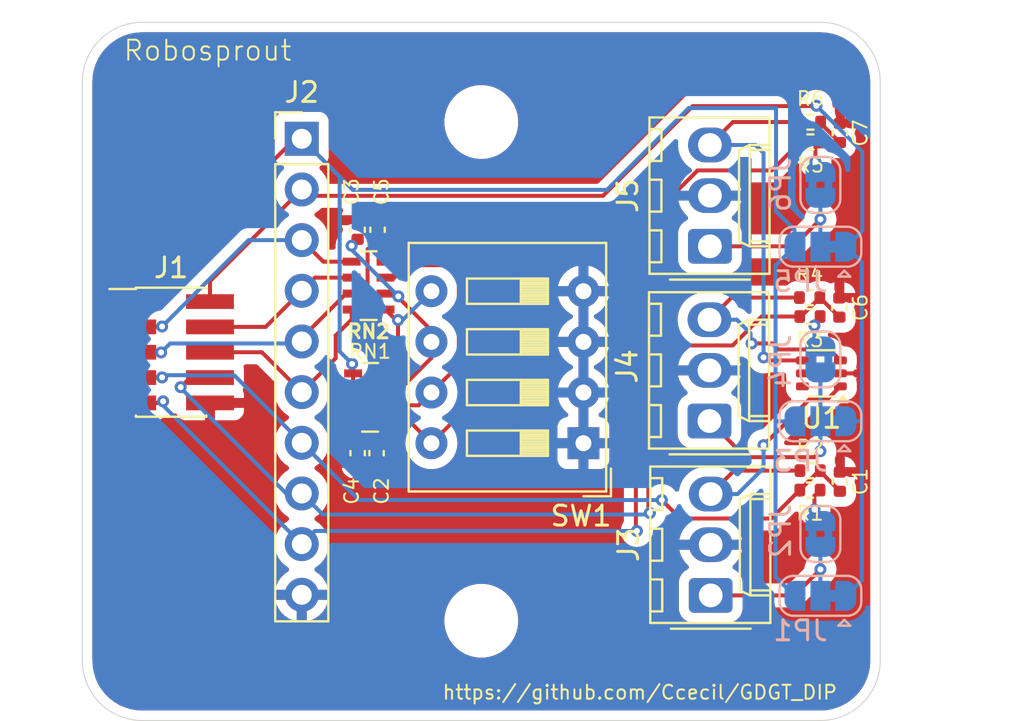
<source format=kicad_pcb>
(kicad_pcb (version 20240108) (generator "pcbnew") (generator_version "8.0")
  (layers (0 "F.Cu" signal) (31 "B.Cu" signal) (34 "B.Paste" user) (35 "F.Paste" user) (36 "B.SilkS" user "B.Silkscreen") (37 "F.SilkS" user "F.Silkscreen") (38 "B.Mask" user) (39 "F.Mask" user) (44 "Edge.Cuts" user))
  (net 0 "")
  (net 1 "E_STOP_")
  (net 2 "GND")
  (net 3 "SW1")
  (net 4 "SW2")
  (net 5 "+5V")
  (net 6 "P5")
  (net 7 "P4")
  (net 8 "+3V3")
  (net 9 "P3")
  (net 10 "P6")
  (net 11 "Net-(J3-Pin_1)")
  (net 12 "Net-(J3-Pin_3)")
  (net 13 "Net-(J4-Pin_3)")
  (net 14 "Net-(J4-Pin_1)")
  (net 15 "Net-(J5-Pin_3)")
  (net 16 "Net-(J5-Pin_1)")
  (net 17 "Net-(JP2-B)")
  (net 18 "Net-(JP4-B)")
  (net 19 "Net-(JP6-B)")
  (net 20 "Net-(RN1-R1.1)")
  (net 21 "Net-(RN1-R3.1)")
  (net 22 "Net-(RN1-R2.1)")
  (net 23 "Net-(RN1-R4.1)")
  (footprint "Resistor_SMD:R_0402_1005Metric" (layer "F.Cu") (at 148.96 83.8)
    (property "Reference" "R4")
    (property "Value" "1k")
  )
  (footprint "Capacitor_SMD:C_0402_1005Metric" (layer "F.Cu") (at 126.3 80.4 90)
    (property "Reference" "C3")
    (property "Value" "100n")
  )
  (footprint "Resistor_SMD:R_0402_1005Metric" (layer "F.Cu") (at 149 75)
    (property "Reference" "R6")
    (property "Value" "1k")
  )
  (footprint "Connector_PinHeader_2.54mm:PinHeader_1x10_P2.54mm_Vertical" (layer "F.Cu") (at 123.5 75.84)
    (property "Reference" "J2")
    (property "Value" "Conn_01x10_Pin")
  )
  (footprint "Resistor_SMD:R_Array_Concave_4x0603" (layer "F.Cu") (at 126.925 88.8 180)
    (property "Reference" "RN1")
    (property "Value" "10k")
  )
  (footprint "Package_TO_SOT_SMD:SOT-363_SC-70-6" (layer "F.Cu") (at 149.55 87.6 180)
    (property "Reference" "U1")
    (property "Value" "TPD4E1U06DCKR")
  )
  (footprint "Capacitor_SMD:C_0402_1005Metric" (layer "F.Cu") (at 127.3 80.4 90)
    (property "Reference" "C5")
    (property "Value" "100n")
  )
  (footprint "Capacitor_SMD:C_0402_1005Metric" (layer "F.Cu") (at 150.475 75.55 90)
    (property "Reference" "C7")
    (property "Value" "100n")
  )
  (footprint "Connector_Molex:Molex_KK-254_AE-6410-03A_1x03_P2.54mm_Vertical" (layer "F.Cu") (at 143.96 81.23 90)
    (property "Reference" "J5")
    (property "Value" "Conn_01x03_Pin")
  )
  (footprint "Capacitor_SMD:C_0402_1005Metric" (layer "F.Cu") (at 150.45 84.3 90)
    (property "Reference" "C6")
    (property "Value" "100n")
  )
  (footprint "Button_Switch_THT:SW_DIP_SPSTx04_Slide_9.78x12.34mm_W7.62mm_P2.54mm" (layer "F.Cu") (at 137.62 91.1 180)
    (property "Reference" "SW1")
    (property "Value" "SW_DIP_x04")
  )
  (footprint "Capacitor_SMD:C_0402_1005Metric" (layer "F.Cu") (at 150.475 93.03 90)
    (property "Reference" "C1")
    (property "Value" "100n")
  )
  (footprint "MountingHole:MountingHole_3.2mm_M3" (layer "F.Cu") (at 132.5 75)
    (property "Reference" "H1" (hide yes))
    (property "Value" "MountingHole")
  )
  (footprint "Capacitor_SMD:C_0402_1005Metric" (layer "F.Cu") (at 127.25 91.6 -90)
    (property "Reference" "C2")
    (property "Value" "100n")
  )
  (footprint "Connector_PinHeader_1.27mm:PinHeader_2x05_P1.27mm_Vertical_SMD" (layer "F.Cu") (at 116.95 86.54)
    (property "Reference" "J1")
    (property "Value" "Conn_02x05_Odd_Even")
  )
  (footprint "Connector_Molex:Molex_KK-254_AE-6410-03A_1x03_P2.54mm_Vertical" (layer "F.Cu") (at 144 98.73 90)
    (property "Reference" "J3")
    (property "Value" "Conn_01x03_Pin")
  )
  (footprint "Resistor_SMD:R_Array_Concave_4x0603" (layer "F.Cu") (at 126.85 83.2)
    (property "Reference" "RN2")
    (property "Value" "1k")
  )
  (footprint "Capacitor_SMD:C_0402_1005Metric" (layer "F.Cu") (at 126.3 91.6 -90)
    (property "Reference" "C4")
    (property "Value" "100n")
  )
  (footprint "Resistor_SMD:R_0402_1005Metric" (layer "F.Cu") (at 149 76 180)
    (property "Reference" "R5")
    (property "Value" "10k")
  )
  (footprint "Symbol:OSHW-Logo2_7.3x6mm_Copper" (layer "F.Cu") (at 117 100)
    (property "Reference" "REF**" (hide yes))
    (property "Value" "OSHW-Logo2_7.3x6mm_Copper" (hide yes))
  )
  (footprint "Connector_Molex:Molex_KK-254_AE-6410-03A_1x03_P2.54mm_Vertical" (layer "F.Cu") (at 143.9375 89.99 90)
    (property "Reference" "J4")
    (property "Value" "Conn_01x03_Pin")
  )
  (footprint "Resistor_SMD:R_0402_1005Metric" (layer "F.Cu") (at 148.985 92.475)
    (property "Reference" "R2")
    (property "Value" "1k")
  )
  (footprint "MountingHole:MountingHole_3.2mm_M3" (layer "F.Cu") (at 132.5 100)
    (property "Reference" "H2" (hide yes))
    (property "Value" "MountingHole")
  )
  (footprint "Resistor_SMD:R_0402_1005Metric" (layer "F.Cu") (at 148.975 93.45 180)
    (property "Reference" "R1")
    (property "Value" "10k")
  )
  (footprint "Resistor_SMD:R_0402_1005Metric" (layer "F.Cu") (at 148.975 84.75 180)
    (property "Reference" "R3")
    (property "Value" "10k")
  )
  (footprint "Jumper:SolderJumper-3_P1.3mm_Bridged12_RoundedPad1.0x1.5mm" (layer "B.Cu") (at 149.5 98.75 180)
    (property "Reference" "JP1")
    (property "Value" "SolderJumper_3_Bridged12")
  )
  (footprint "Jumper:SolderJumper-2_P1.3mm_Bridged2Bar_RoundedPad1.0x1.5mm" (layer "B.Cu") (at 149.5 86.9 90)
    (property "Reference" "JP4")
    (property "Value" "SolderJumper_2_Bridged")
  )
  (footprint "Jumper:SolderJumper-2_P1.3mm_Bridged2Bar_RoundedPad1.0x1.5mm" (layer "B.Cu") (at 149.5 78.15 90)
    (property "Reference" "JP6")
    (property "Value" "SolderJumper_2_Bridged")
  )
  (footprint "Jumper:SolderJumper-3_P1.3mm_Bridged12_RoundedPad1.0x1.5mm" (layer "B.Cu") (at 149.5 81.25 180)
    (property "Reference" "JP5")
    (property "Value" "SolderJumper_3_Bridged12")
  )
  (footprint "Jumper:SolderJumper-2_P1.3mm_Bridged2Bar_RoundedPad1.0x1.5mm" (layer "B.Cu") (at 149.5 95.65 90)
    (property "Reference" "JP2")
    (property "Value" "SolderJumper_2_Bridged")
  )
  (footprint "Jumper:SolderJumper-3_P1.3mm_Bridged12_RoundedPad1.0x1.5mm" (layer "B.Cu") (at 149.5 90 180)
    (property "Reference" "JP3")
    (property "Value" "SolderJumper_3_Bridged12")
  )
  (gr_arc (start 152.5 102) (mid 151.62132 104.12132) (end 149.5 105) (stroke (width 0.05)) (layer "Edge.Cuts"))
  (gr_arc (start 112.5 73) (mid 113.37868 70.87868) (end 115.5 70) (stroke (width 0.05)) (layer "Edge.Cuts"))
  (gr_line (start 149.5 105) (end 115.5 105) (stroke (width 0.05)) (layer "Edge.Cuts"))
  (gr_line (start 115.5 70) (end 149.5 70) (stroke (width 0.05)) (layer "Edge.Cuts"))
  (gr_arc (start 115.5 105) (mid 113.37868 104.12132) (end 112.5 102) (stroke (width 0.05)) (layer "Edge.Cuts"))
  (gr_line (start 112.5 102) (end 112.5 73) (stroke (width 0.05)) (layer "Edge.Cuts"))
  (gr_line (start 152.5 73) (end 152.5 102) (stroke (width 0.05)) (layer "Edge.Cuts"))
  (gr_arc (start 149.5 70) (mid 151.62132 70.87868) (end 152.5 73) (stroke (width 0.05)) (layer "Edge.Cuts"))
  (gr_text "Robosprout" (at 114.5 72 0) (layer "F.SilkS") (effects (font (size 1 1) (thickness 0.1)) (justify left bottom)))
  (gr_text "https://github.com/Ccecil/GDGT_DIP" (at 130.5 104 0) (layer "F.SilkS") (effects (font (size 0.7 0.7) (thickness 0.1)) (justify left bottom)))
  (segment (start 149.495 92.521076) (end 150.475 93.501076) (width 0.2) (layer "F.Cu") (net 1))
  (segment (start 115 87.81) (end 116.49 87.81) (width 0.2) (layer "F.Cu") (net 1))
  (segment (start 141.55 93.95) (end 142.475 94.875) (width 0.2) (layer "F.Cu") (net 1))
  (segment (start 149.495 92.475) (end 149.495 92.521076) (width 0.2) (layer "F.Cu") (net 1))
  (segment (start 149.44 92.475) (end 148.465 93.45) (width 0.2) (layer "F.Cu") (net 1))
  (segment (start 147.04 94.875) (end 148.465 93.45) (width 0.2) (layer "F.Cu") (net 1))
  (segment (start 150.475 93.501076) (end 150.475 93.51) (width 0.2) (layer "F.Cu") (net 1))
  (segment (start 150.345 93.45) (end 150.45 93.555) (width 0.2) (layer "F.Cu") (net 1))
  (segment (start 149.495 92.475) (end 149.44 92.475) (width 0.2) (layer "F.Cu") (net 1))
  (segment (start 142.475 94.875) (end 147.04 94.875) (width 0.2) (layer "F.Cu") (net 1))
  (segment (start 150.525 93.551076) (end 150.525 93.555) (width 0.2) (layer "F.Cu") (net 1))
  (segment (start 148.465 93.45) (end 148.465 93.69) (width 0.2) (layer "F.Cu") (net 1))
  (segment (start 116.49 87.81) (end 116.5 87.8) (width 0.2) (layer "F.Cu") (net 1))
  (via (at 141.55 93.95) (size 0.6) (drill 0.3) (layers "F.Cu" "B.Cu") (net 1))
  (via (at 116.5 87.8) (size 0.6) (drill 0.3) (layers "F.Cu" "B.Cu") (net 1))
  (segment (start 126.37 93.95) (end 123.5 91.08) (width 0.2) (layer "B.Cu") (net 1))
  (segment (start 117.677465 87.689851) (end 117.687614 87.7) (width 0.2) (layer "B.Cu") (net 1))
  (segment (start 141.55 93.95) (end 126.37 93.95) (width 0.2) (layer "B.Cu") (net 1))
  (segment (start 120.12 87.7) (end 123.5 91.08) (width 0.2) (layer "B.Cu") (net 1))
  (segment (start 117.687614 87.7) (end 120.12 87.7) (width 0.2) (layer "B.Cu") (net 1))
  (segment (start 116.5 87.8) (end 116.610149 87.689851) (width 0.2) (layer "B.Cu") (net 1))
  (segment (start 116.610149 87.689851) (end 117.677465 87.689851) (width 0.2) (layer "B.Cu") (net 1))
  (segment (start 150.5 87.6) (end 151.4 87.6) (width 0.2) (layer "F.Cu") (net 2))
  (segment (start 117.428936 88.289851) (end 117.908787 87.81) (width 0.2) (layer "F.Cu") (net 3))
  (segment (start 142 86.2) (end 145.1 86.2) (width 0.2) (layer "F.Cu") (net 3))
  (segment (start 150.45 84.776076) (end 149.473924 83.8) (width 0.2) (layer "F.Cu") (net 3))
  (segment (start 117.908787 87.81) (end 118.9 87.81) (width 0.2) (layer "F.Cu") (net 3))
  (segment (start 146.55 84.75) (end 148.465 84.75) (width 0.2) (layer "F.Cu") (net 3))
  (segment (start 150.42 84.75) (end 150.45 84.78) (width 0.2) (layer "F.Cu") (net 3))
  (segment (start 148.465 84.75) (end 148.52 84.75) (width 0.2) (layer "F.Cu") (net 3))
  (segment (start 150.45 84.78) (end 150.45 84.776076) (width 0.2) (layer "F.Cu") (net 3))
  (segment (start 148.465 84.75) (end 148.465 84.865) (width 0.2) (layer "F.Cu") (net 3))
  (segment (start 140.95 94.6) (end 140.875 94.525) (width 0.2) (layer "F.Cu") (net 3))
  (segment (start 140.875 94.525) (end 140.875 87.325) (width 0.2) (layer "F.Cu") (net 3))
  (segment (start 140.875 87.325) (end 142 86.2) (width 0.2) (layer "F.Cu") (net 3))
  (segment (start 149.473924 83.8) (end 149.47 83.8) (width 0.2) (layer "F.Cu") (net 3))
  (segment (start 148.52 84.75) (end 149.47 83.8) (width 0.2) (layer "F.Cu") (net 3))
  (segment (start 145.1 86.2) (end 146.55 84.75) (width 0.2) (layer "F.Cu") (net 3))
  (via (at 140.95 94.6) (size 0.6) (drill 0.3) (layers "F.Cu" "B.Cu") (net 3))
  (via (at 117.428936 88.289851) (size 0.6) (drill 0.3) (layers "F.Cu" "B.Cu") (net 3))
  (segment (start 140.875 94.675) (end 124.555 94.675) (width 0.2) (layer "B.Cu") (net 3))
  (segment (start 124.555 94.675) (end 123.5 93.62) (width 0.2) (layer "B.Cu") (net 3))
  (segment (start 122.72 93.62) (end 123.5 93.62) (width 0.2) (layer "B.Cu") (net 3))
  (segment (start 140.95 94.6) (end 140.875 94.675) (width 0.2) (layer "B.Cu") (net 3))
  (segment (start 117.428936 88.328936) (end 122.72 93.62) (width 0.2) (layer "B.Cu") (net 3))
  (segment (start 117.428936 88.289851) (end 117.428936 88.328936) (width 0.2) (layer "B.Cu") (net 3))
  (segment (start 140.3 95.5) (end 140.25 95.45) (width 0.2) (layer "F.Cu") (net 4))
  (segment (start 148.49 76) (end 148.51 76) (width 0.2) (layer "F.Cu") (net 4))
  (segment (start 143.34537 77.425) (end 147.065 77.425) (width 0.2) (layer "F.Cu") (net 4))
  (segment (start 115 89.08) (end 116.47 89.08) (width 0.2) (layer "F.Cu") (net 4))
  (segment (start 149.51 75) (end 149.51 75.061076) (width 0.2) (layer "F.Cu") (net 4))
  (segment (start 140.25 80.52037) (end 143.34537 77.425) (width 0.2) (layer "F.Cu") (net 4))
  (segment (start 147.065 77.425) (end 148.49 76) (width 0.2) (layer "F.Cu") (net 4))
  (segment (start 148.51 76) (end 149.51 75) (width 0.2) (layer "F.Cu") (net 4))
  (segment (start 150.475 76.026076) (end 150.475 76.03) (width 0.2) (layer "F.Cu") (net 4))
  (segment (start 149.51 75.061076) (end 150.475 76.026076) (width 0.2) (layer "F.Cu") (net 4))
  (segment (start 116.47 89.08) (end 116.55 89) (width 0.2) (layer "F.Cu") (net 4))
  (segment (start 140.25 95.45) (end 140.25 80.52037) (width 0.2) (layer "F.Cu") (net 4))
  (via (at 116.55 89) (size 0.6) (drill 0.3) (layers "F.Cu" "B.Cu") (net 4))
  (via (at 140.3 95.5) (size 0.6) (drill 0.3) (layers "F.Cu" "B.Cu") (net 4))
  (segment (start 116.55 89.21) (end 123.5 96.16) (width 0.2) (layer "B.Cu") (net 4))
  (segment (start 116.55 89) (end 116.55 89.21) (width 0.2) (layer "B.Cu") (net 4))
  (segment (start 124.16 95.5) (end 123.5 96.16) (width 0.2) (layer "B.Cu") (net 4))
  (segment (start 140.3 95.5) (end 124.16 95.5) (width 0.2) (layer "B.Cu") (net 4))
  (segment (start 118.9 82.98) (end 123.5 78.38) (width 0.2) (layer "F.Cu") (net 5))
  (segment (start 123.82 78.7) (end 123.5 78.38) (width 0.2) (layer "F.Cu") (net 5))
  (segment (start 149.298911 74.183959) (end 149.28287 74.2) (width 0.2) (layer "F.Cu") (net 5))
  (segment (start 118.9 84) (end 118.9 82.98) (width 0.2) (layer "F.Cu") (net 5))
  (segment (start 138.6 78.7) (end 123.82 78.7) (width 0.2) (layer "F.Cu") (net 5))
  (segment (start 149.28287 74.2) (end 143.1 74.2) (width 0.2) (layer "F.Cu") (net 5))
  (segment (start 143.1 74.2) (end 138.6 78.7) (width 0.2) (layer "F.Cu") (net 5))
  (via (at 149.298911 74.183959) (size 0.6) (drill 0.3) (layers "F.Cu" "B.Cu") (net 5))
  (segment (start 151.6 80.45) (end 150.8 81.25) (width 0.2) (layer "B.Cu") (net 5))
  (segment (start 149.298911 74.183959) (end 151.6 76.485048) (width 0.2) (layer "B.Cu") (net 5))
  (segment (start 151.55 90) (end 151.575 89.975) (width 0.2) (layer "B.Cu") (net 5))
  (segment (start 151.575 89.975) (end 151.575 82.025) (width 0.2) (layer "B.Cu") (net 5))
  (segment (start 150.8 98.75) (end 151.575 97.975) (width 0.2) (layer "B.Cu") (net 5))
  (segment (start 151.575 97.975) (end 151.575 89.975) (width 0.2) (layer "B.Cu") (net 5))
  (segment (start 150.8 90) (end 151.55 90) (width 0.2) (layer "B.Cu") (net 5))
  (segment (start 151.575 82.025) (end 150.8 81.25) (width 0.2) (layer "B.Cu") (net 5))
  (segment (start 151.6 76.485048) (end 151.6 80.45) (width 0.2) (layer "B.Cu") (net 5))
  (segment (start 115 86.54) (end 116.44 86.54) (width 0.2) (layer "F.Cu") (net 6))
  (segment (start 116.44 86.54) (end 116.45 86.55) (width 0.2) (layer "F.Cu") (net 6))
  (segment (start 125.725 83.6) (end 123.5 85.825) (width 0.2) (layer "F.Cu") (net 6))
  (segment (start 123.5 85.825) (end 123.5 86) (width 0.2) (layer "F.Cu") (net 6))
  (segment (start 126 83.6) (end 125.725 83.6) (width 0.2) (layer "F.Cu") (net 6))
  (via (at 116.45 86.55) (size 0.6) (drill 0.3) (layers "F.Cu" "B.Cu") (net 6))
  (segment (start 116.9 86.1) (end 123.4 86.1) (width 0.2) (layer "B.Cu") (net 6))
  (segment (start 116.45 86.55) (end 116.9 86.1) (width 0.2) (layer "B.Cu") (net 6))
  (segment (start 124.16 82.8) (end 123.5 83.46) (width 0.2) (layer "F.Cu") (net 7))
  (segment (start 121.69 85.27) (end 123.5 83.46) (width 0.2) (layer "F.Cu") (net 7))
  (segment (start 126 82.8) (end 124.16 82.8) (width 0.2) (layer "F.Cu") (net 7))
  (segment (start 118.9 85.27) (end 121.69 85.27) (width 0.2) (layer "F.Cu") (net 7))
  (segment (start 123.16 75.84) (end 123.5 75.84) (width 0.2) (layer "F.Cu") (net 8))
  (segment (start 115 84) (end 123.16 75.84) (width 0.2) (layer "F.Cu") (net 8))
  (segment (start 126.075 87.175) (end 126.025 87.125) (width 0.2) (layer "F.Cu") (net 8))
  (segment (start 126.075 87.6) (end 126.075 87.175) (width 0.2) (layer "F.Cu") (net 8))
  (segment (start 126.075 87.6) (end 126.075 90) (width 0.2) (layer "F.Cu") (net 8))
  (via (at 126.025 87.125) (size 0.6) (drill 0.3) (layers "F.Cu" "B.Cu") (net 8))
  (segment (start 148.2 80.4) (end 147.275 79.475) (width 0.2) (layer "B.Cu") (net 8))
  (segment (start 148.2 90) (end 147.25 90) (width 0.2) (layer "B.Cu") (net 8))
  (segment (start 147.275 74.3) (end 142.9 74.3) (width 0.2) (layer "B.Cu") (net 8))
  (segment (start 147.25 82.2) (end 147.25 90) (width 0.2) (layer "B.Cu") (net 8))
  (segment (start 147.275 79.475) (end 147.275 74.3) (width 0.2) (layer "B.Cu") (net 8))
  (segment (start 147.25 90) (end 147.25 97.8) (width 0.2) (layer "B.Cu") (net 8))
  (segment (start 142.9 74.3) (end 138.8 78.4) (width 0.2) (layer "B.Cu") (net 8))
  (segment (start 125.4 86.5) (end 125.4 77.74) (width 0.2) (layer "B.Cu") (net 8))
  (segment (start 147.25 97.8) (end 148.2 98.75) (width 0.2) (layer "B.Cu") (net 8))
  (segment (start 126.06 78.4) (end 123.5 75.84) (width 0.2) (layer "B.Cu") (net 8))
  (segment (start 148.2 81.25) (end 147.25 82.2) (width 0.2) (layer "B.Cu") (net 8))
  (segment (start 138.8 78.4) (end 126.06 78.4) (width 0.2) (layer "B.Cu") (net 8))
  (segment (start 125.4 77.74) (end 123.5 75.84) (width 0.2) (layer "B.Cu") (net 8))
  (segment (start 126.025 87.125) (end 125.4 86.5) (width 0.2) (layer "B.Cu") (net 8))
  (segment (start 148.2 81.25) (end 148.2 80.4) (width 0.2) (layer "B.Cu") (net 8))
  (segment (start 115 85.27) (end 116.48 85.27) (width 0.2) (layer "F.Cu") (net 9))
  (segment (start 124.58 82) (end 123.5 80.92) (width 0.2) (layer "F.Cu") (net 9))
  (segment (start 116.48 85.27) (end 116.5 85.25) (width 0.2) (layer "F.Cu") (net 9))
  (segment (start 126 82) (end 124.58 82) (width 0.2) (layer "F.Cu") (net 9))
  (via (at 116.5 85.25) (size 0.6) (drill 0.3) (layers "F.Cu" "B.Cu") (net 9))
  (segment (start 120.83 80.92) (end 123.5 80.92) (width 0.2) (layer "B.Cu") (net 9))
  (segment (start 116.5 85.25) (end 120.83 80.92) (width 0.2) (layer "B.Cu") (net 9))
  (segment (start 125.2 85.7) (end 125.2 86.84) (width 0.2) (layer "F.Cu") (net 10))
  (segment (start 125.2 86.84) (end 123.5 88.54) (width 0.2) (layer "F.Cu") (net 10))
  (segment (start 126 84.9) (end 125.2 85.7) (width 0.2) (layer "F.Cu") (net 10))
  (segment (start 118.9 86.54) (end 121.5 86.54) (width 0.2) (layer "F.Cu") (net 10))
  (segment (start 121.5 86.54) (end 123.5 88.54) (width 0.2) (layer "F.Cu") (net 10))
  (segment (start 126 84.4) (end 126 84.9) (width 0.2) (layer "F.Cu") (net 10))
  (segment (start 148.195 98.73) (end 149.5 97.425) (width 0.2) (layer "F.Cu") (net 11))
  (segment (start 144 98.73) (end 148.195 98.73) (width 0.2) (layer "F.Cu") (net 11))
  (via (at 149.5 97.425) (size 0.6) (drill 0.3) (layers "F.Cu" "B.Cu") (net 11))
  (segment (start 149.5 97.425) (end 149.5 98.75) (width 0.2) (layer "B.Cu") (net 11))
  (segment (start 149.5 96.3) (end 149.5 97.425) (width 0.2) (layer "B.Cu") (net 11))
  (segment (start 143.52 98.25) (end 144 98.73) (width 0.2) (layer "B.Cu") (net 11))
  (segment (start 148.475 92.475) (end 145.175 92.475) (width 0.2) (layer "F.Cu") (net 12))
  (segment (start 148.95 88.9) (end 149.85 88.9) (width 0.2) (layer "F.Cu") (net 12))
  (segment (start 146.65 91.2) (end 148.95 88.9) (width 0.2) (layer "F.Cu") (net 12))
  (segment (start 145.175 92.475) (end 144 93.65) (width 0.2) (layer "F.Cu") (net 12))
  (segment (start 149.85 88.9) (end 150.5 88.25) (width 0.2) (layer "F.Cu") (net 12))
  (via (at 146.65 91.2) (size 0.6) (drill 0.3) (layers "F.Cu" "B.Cu") (net 12))
  (segment (start 146.65 92.35) (end 145.35 93.65) (width 0.2) (layer "B.Cu") (net 12))
  (segment (start 146.65 91.2) (end 146.65 92.35) (width 0.2) (layer "B.Cu") (net 12))
  (segment (start 145.35 93.65) (end 144 93.65) (width 0.2) (layer "B.Cu") (net 12))
  (segment (start 149.95 86.4) (end 150.5 86.95) (width 0.2) (layer "F.Cu") (net 13))
  (segment (start 147.079213 86.098527) (end 147.380686 86.4) (width 0.2) (layer "F.Cu") (net 13))
  (segment (start 147.380686 86.4) (end 149.95 86.4) (width 0.2) (layer "F.Cu") (net 13))
  (segment (start 146.05 86.098527) (end 147.079213 86.098527) (width 0.2) (layer "F.Cu") (net 13))
  (segment (start 145.0475 83.8) (end 143.9375 84.91) (width 0.2) (layer "F.Cu") (net 13))
  (segment (start 148.45 83.8) (end 145.0475 83.8) (width 0.2) (layer "F.Cu") (net 13))
  (via (at 146.05 86.098527) (size 0.6) (drill 0.3) (layers "F.Cu" "B.Cu") (net 13))
  (segment (start 146 85.6) (end 145.31 84.91) (width 0.2) (layer "B.Cu") (net 13))
  (segment (start 146.05 86.098527) (end 146 86.048527) (width 0.2) (layer "B.Cu") (net 13))
  (segment (start 146 86.048527) (end 146 85.6) (width 0.2) (layer "B.Cu") (net 13))
  (segment (start 145.31 84.91) (end 143.9375 84.91) (width 0.2) (layer "B.Cu") (net 13))
  (segment (start 149.2 91.8) (end 145.7475 91.8) (width 0.2) (layer "F.Cu") (net 14))
  (segment (start 149.5 91.5) (end 149.2 91.8) (width 0.2) (layer "F.Cu") (net 14))
  (segment (start 145.7475 91.8) (end 143.9375 89.99) (width 0.2) (layer "F.Cu") (net 14))
  (via (at 149.5 91.5) (size 0.6) (drill 0.3) (layers "F.Cu" "B.Cu") (net 14))
  (segment (start 143.3975 89.45) (end 143.9375 89.99) (width 0.2) (layer "B.Cu") (net 14))
  (segment (start 149.5 91.5) (end 149.5 87.55) (width 0.2) (layer "B.Cu") (net 14))
  (segment (start 149.5 90) (end 149.5 91.5) (width 0.2) (layer "B.Cu") (net 14))
  (segment (start 145.11 75) (end 143.96 76.15) (width 0.2) (layer "F.Cu") (net 15))
  (segment (start 148.49 75) (end 145.11 75) (width 0.2) (layer "F.Cu") (net 15))
  (segment (start 146.8 86.95) (end 148.6 86.95) (width 0.2) (layer "F.Cu") (net 15))
  (segment (start 146.65 86.8) (end 146.8 86.95) (width 0.2) (layer "F.Cu") (net 15))
  (via (at 146.65 86.8) (size 0.6) (drill 0.3) (layers "F.Cu" "B.Cu") (net 15))
  (segment (start 146.65 76.55) (end 146.25 76.15) (width 0.2) (layer "B.Cu") (net 15))
  (segment (start 146.65 86.8) (end 146.65 76.55) (width 0.2) (layer "B.Cu") (net 15))
  (segment (start 146.25 76.15) (end 143.96 76.15) (width 0.2) (layer "B.Cu") (net 15))
  (segment (start 148.145 81.23) (end 149.5 79.875) (width 0.2) (layer "F.Cu") (net 16))
  (segment (start 143.96 81.23) (end 148.145 81.23) (width 0.2) (layer "F.Cu") (net 16))
  (via (at 149.5 79.875) (size 0.6) (drill 0.3) (layers "F.Cu" "B.Cu") (net 16))
  (segment (start 149.5 78.8) (end 149.5 79.875) (width 0.2) (layer "B.Cu") (net 16))
  (segment (start 149.5 79.875) (end 149.5 81.25) (width 0.2) (layer "B.Cu") (net 16))
  (segment (start 149.2 94.425) (end 149.2 93.735) (width 0.2) (layer "F.Cu") (net 17))
  (segment (start 149.495 93.44) (end 149.485 93.45) (width 0.2) (layer "F.Cu") (net 17))
  (segment (start 149.2 93.735) (end 149.485 93.45) (width 0.2) (layer "F.Cu") (net 17))
  (via (at 149.2 94.425) (size 0.6) (drill 0.3) (layers "F.Cu" "B.Cu") (net 17))
  (segment (start 149.2 94.7) (end 149.5 95) (width 0.2) (layer "B.Cu") (net 17))
  (segment (start 149.2 94.425) (end 149.2 94.7) (width 0.2) (layer "B.Cu") (net 17))
  (segment (start 149.2 85.035) (end 149.485 84.75) (width 0.2) (layer "F.Cu") (net 18))
  (segment (start 149.47 84.735) (end 149.485 84.75) (width 0.2) (layer "F.Cu") (net 18))
  (segment (start 149.2 85.2) (end 149.2 85.035) (width 0.2) (layer "F.Cu") (net 18))
  (via (at 149.2 85.2) (size 0.6) (drill 0.3) (layers "F.Cu" "B.Cu") (net 18))
  (segment (start 149.2 85.2) (end 149.2 85.95) (width 0.2) (layer "B.Cu") (net 18))
  (segment (start 149.2 85.95) (end 149.5 86.25) (width 0.2) (layer "B.Cu") (net 18))
  (segment (start 149.25 77) (end 149.25 76.26) (width 0.2) (layer "F.Cu") (net 19))
  (segment (start 149.54 76.03) (end 149.51 76) (width 0.2) (layer "F.Cu") (net 19))
  (segment (start 149.25 76.26) (end 149.51 76) (width 0.2) (layer "F.Cu") (net 19))
  (via (at 149.25 77) (size 0.6) (drill 0.3) (layers "F.Cu" "B.Cu") (net 19))
  (segment (start 149.5 77.5) (end 149.5 77.25) (width 0.2) (layer "B.Cu") (net 19))
  (segment (start 149.5 77.25) (end 149.25 77) (width 0.2) (layer "B.Cu") (net 19))
  (segment (start 131.95 82.45) (end 131.175 81.675) (width 0.2) (layer "F.Cu") (net 20))
  (segment (start 131.95 89.15) (end 131.95 82.45) (width 0.2) (layer "F.Cu") (net 20))
  (segment (start 127.775 90) (end 127.7 90.075) (width 0.2) (layer "F.Cu") (net 20))
  (segment (start 127.7 90.075) (end 127.7 90.67) (width 0.2) (layer "F.Cu") (net 20))
  (segment (start 130 91.1) (end 131.95 89.15) (width 0.2) (layer "F.Cu") (net 20))
  (segment (start 131.175 81.675) (end 128.025 81.675) (width 0.2) (layer "F.Cu") (net 20))
  (segment (start 128.025 81.675) (end 127.7 82) (width 0.2) (layer "F.Cu") (net 20))
  (segment (start 127.775 90) (end 128.9 90) (width 0.2) (layer "F.Cu") (net 20))
  (segment (start 127.7 90.67) (end 127.25 91.12) (width 0.2) (layer "F.Cu") (net 20))
  (segment (start 128.9 90) (end 130 91.1) (width 0.2) (layer "F.Cu") (net 20))
  (segment (start 130 86.825) (end 130 86.02) (width 0.2) (layer "F.Cu") (net 21))
  (segment (start 126.3 80.9) (end 126.3 80.88) (width 0.2) (layer "F.Cu") (net 21))
  (segment (start 128.425 88.4) (end 130 86.825) (width 0.2) (layer "F.Cu") (net 21))
  (segment (start 128.15 83.6) (end 127.7 83.6) (width 0.2) (layer "F.Cu") (net 21))
  (segment (start 126 81.2) (end 126.3 80.9) (width 0.2) (layer "F.Cu") (net 21))
  (segment (start 127.775 88.4) (end 128.425 88.4) (width 0.2) (layer "F.Cu") (net 21))
  (segment (start 130 86.02) (end 130 85.45) (width 0.2) (layer "F.Cu") (net 21))
  (segment (start 128.202715 83.6) (end 127.7 83.6) (width 0.2) (layer "F.Cu") (net 21))
  (segment (start 128.340375 83.73766) (end 128.202715 83.6) (width 0.2) (layer "F.Cu") (net 21))
  (segment (start 130 85.45) (end 128.15 83.6) (width 0.2) (layer "F.Cu") (net 21))
  (via (at 126 81.2) (size 0.6) (drill 0.3) (layers "F.Cu" "B.Cu") (net 21))
  (via (at 128.340375 83.73766) (size 0.6) (drill 0.3) (layers "F.Cu" "B.Cu") (net 21))
  (segment (start 126 81.2) (end 126 81.397285) (width 0.2) (layer "B.Cu") (net 21))
  (segment (start 126 81.397285) (end 128.340375 83.73766) (width 0.2) (layer "B.Cu") (net 21))
  (segment (start 128.775 82.175) (end 128.15 82.8) (width 0.2) (layer "F.Cu") (net 22))
  (segment (start 126.9 90.52) (end 126.3 91.12) (width 0.2) (layer "F.Cu") (net 22))
  (segment (start 127.775 89.2) (end 129.36 89.2) (width 0.2) (layer "F.Cu") (net 22))
  (segment (start 127.775 89.2) (end 127.5 89.2) (width 0.2) (layer "F.Cu") (net 22))
  (segment (start 131.075 82.175) (end 128.775 82.175) (width 0.2) (layer "F.Cu") (net 22))
  (segment (start 129.36 89.2) (end 130 88.56) (width 0.2) (layer "F.Cu") (net 22))
  (segment (start 126.9 89.8) (end 126.9 90.52) (width 0.2) (layer "F.Cu") (net 22))
  (segment (start 127.5 89.2) (end 126.9 89.8) (width 0.2) (layer "F.Cu") (net 22))
  (segment (start 131.375 82.475) (end 131.075 82.175) (width 0.2) (layer "F.Cu") (net 22))
  (segment (start 131.375 87.185) (end 131.375 82.475) (width 0.2) (layer "F.Cu") (net 22))
  (segment (start 130 88.56) (end 131.375 87.185) (width 0.2) (layer "F.Cu") (net 22))
  (segment (start 128.15 82.8) (end 127.7 82.8) (width 0.2) (layer "F.Cu") (net 22))
  (segment (start 126.8 84.15) (end 127.05 84.4) (width 0.2) (layer "F.Cu") (net 23))
  (segment (start 127.7 84.4) (end 128.225 84.925) (width 0.2) (layer "F.Cu") (net 23))
  (segment (start 127.05 84.4) (end 127.7 84.4) (width 0.2) (layer "F.Cu") (net 23))
  (segment (start 127.3 80.88) (end 126.8 81.38) (width 0.2) (layer "F.Cu") (net 23))
  (segment (start 128.225 84.925) (end 128.325 84.925) (width 0.2) (layer "F.Cu") (net 23))
  (segment (start 128.325 87.05) (end 127.775 87.6) (width 0.2) (layer "F.Cu") (net 23))
  (segment (start 128.325 84.925) (end 128.325 87.05) (width 0.2) (layer "F.Cu") (net 23))
  (segment (start 126.8 81.38) (end 126.8 84.15) (width 0.2) (layer "F.Cu") (net 23))
  (via (at 128.325 84.925) (size 0.6) (drill 0.3) (layers "F.Cu" "B.Cu") (net 23))
  (segment (start 128.325 84.925) (end 128.555 84.925) (width 0.2) (layer "B.Cu") (net 23))
  (segment (start 128.555 84.925) (end 130 83.48) (width 0.2) (layer "B.Cu") (net 23))
  (zone (net 2) (net_name "GND") (layers "F.Cu" "B.Cu") (connect_pads (clearance 0.5)) (min_thickness 0.25) (fill yes (thermal_gap 0.5) (thermal_bridge_width 0.5))
    (polygon (pts (xy 112.5 70) (xy 152.5 70) (xy 152.5 105) (xy 112.5 105)))
  )
)
</source>
